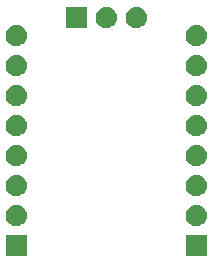
<source format=gbr>
G04 #@! TF.GenerationSoftware,KiCad,Pcbnew,(5.0.2)-1*
G04 #@! TF.CreationDate,2019-08-04T21:59:47-04:00*
G04 #@! TF.ProjectId,LSF0108PWR_Breakout,4c534630-3130-4385-9057-525f42726561,rev?*
G04 #@! TF.SameCoordinates,Original*
G04 #@! TF.FileFunction,Soldermask,Bot*
G04 #@! TF.FilePolarity,Negative*
%FSLAX46Y46*%
G04 Gerber Fmt 4.6, Leading zero omitted, Abs format (unit mm)*
G04 Created by KiCad (PCBNEW (5.0.2)-1) date 8/4/2019 9:59:47 PM*
%MOMM*%
%LPD*%
G01*
G04 APERTURE LIST*
%ADD10C,0.100000*%
G04 APERTURE END LIST*
D10*
G36*
X140601000Y-94881000D02*
X138799000Y-94881000D01*
X138799000Y-93079000D01*
X140601000Y-93079000D01*
X140601000Y-94881000D01*
X140601000Y-94881000D01*
G37*
G36*
X125361000Y-94881000D02*
X123559000Y-94881000D01*
X123559000Y-93079000D01*
X125361000Y-93079000D01*
X125361000Y-94881000D01*
X125361000Y-94881000D01*
G37*
G36*
X124570443Y-90545519D02*
X124636627Y-90552037D01*
X124749853Y-90586384D01*
X124806467Y-90603557D01*
X124945087Y-90677652D01*
X124962991Y-90687222D01*
X124998729Y-90716552D01*
X125100186Y-90799814D01*
X125183448Y-90901271D01*
X125212778Y-90937009D01*
X125212779Y-90937011D01*
X125296443Y-91093533D01*
X125296443Y-91093534D01*
X125347963Y-91263373D01*
X125365359Y-91440000D01*
X125347963Y-91616627D01*
X125313616Y-91729853D01*
X125296443Y-91786467D01*
X125222348Y-91925087D01*
X125212778Y-91942991D01*
X125183448Y-91978729D01*
X125100186Y-92080186D01*
X124998729Y-92163448D01*
X124962991Y-92192778D01*
X124962989Y-92192779D01*
X124806467Y-92276443D01*
X124749853Y-92293616D01*
X124636627Y-92327963D01*
X124570443Y-92334481D01*
X124504260Y-92341000D01*
X124415740Y-92341000D01*
X124349557Y-92334481D01*
X124283373Y-92327963D01*
X124170147Y-92293616D01*
X124113533Y-92276443D01*
X123957011Y-92192779D01*
X123957009Y-92192778D01*
X123921271Y-92163448D01*
X123819814Y-92080186D01*
X123736552Y-91978729D01*
X123707222Y-91942991D01*
X123697652Y-91925087D01*
X123623557Y-91786467D01*
X123606384Y-91729853D01*
X123572037Y-91616627D01*
X123554641Y-91440000D01*
X123572037Y-91263373D01*
X123623557Y-91093534D01*
X123623557Y-91093533D01*
X123707221Y-90937011D01*
X123707222Y-90937009D01*
X123736552Y-90901271D01*
X123819814Y-90799814D01*
X123921271Y-90716552D01*
X123957009Y-90687222D01*
X123974913Y-90677652D01*
X124113533Y-90603557D01*
X124170147Y-90586384D01*
X124283373Y-90552037D01*
X124349557Y-90545519D01*
X124415740Y-90539000D01*
X124504260Y-90539000D01*
X124570443Y-90545519D01*
X124570443Y-90545519D01*
G37*
G36*
X139810443Y-90545519D02*
X139876627Y-90552037D01*
X139989853Y-90586384D01*
X140046467Y-90603557D01*
X140185087Y-90677652D01*
X140202991Y-90687222D01*
X140238729Y-90716552D01*
X140340186Y-90799814D01*
X140423448Y-90901271D01*
X140452778Y-90937009D01*
X140452779Y-90937011D01*
X140536443Y-91093533D01*
X140536443Y-91093534D01*
X140587963Y-91263373D01*
X140605359Y-91440000D01*
X140587963Y-91616627D01*
X140553616Y-91729853D01*
X140536443Y-91786467D01*
X140462348Y-91925087D01*
X140452778Y-91942991D01*
X140423448Y-91978729D01*
X140340186Y-92080186D01*
X140238729Y-92163448D01*
X140202991Y-92192778D01*
X140202989Y-92192779D01*
X140046467Y-92276443D01*
X139989853Y-92293616D01*
X139876627Y-92327963D01*
X139810443Y-92334481D01*
X139744260Y-92341000D01*
X139655740Y-92341000D01*
X139589557Y-92334481D01*
X139523373Y-92327963D01*
X139410147Y-92293616D01*
X139353533Y-92276443D01*
X139197011Y-92192779D01*
X139197009Y-92192778D01*
X139161271Y-92163448D01*
X139059814Y-92080186D01*
X138976552Y-91978729D01*
X138947222Y-91942991D01*
X138937652Y-91925087D01*
X138863557Y-91786467D01*
X138846384Y-91729853D01*
X138812037Y-91616627D01*
X138794641Y-91440000D01*
X138812037Y-91263373D01*
X138863557Y-91093534D01*
X138863557Y-91093533D01*
X138947221Y-90937011D01*
X138947222Y-90937009D01*
X138976552Y-90901271D01*
X139059814Y-90799814D01*
X139161271Y-90716552D01*
X139197009Y-90687222D01*
X139214913Y-90677652D01*
X139353533Y-90603557D01*
X139410147Y-90586384D01*
X139523373Y-90552037D01*
X139589557Y-90545519D01*
X139655740Y-90539000D01*
X139744260Y-90539000D01*
X139810443Y-90545519D01*
X139810443Y-90545519D01*
G37*
G36*
X139810443Y-88005519D02*
X139876627Y-88012037D01*
X139989853Y-88046384D01*
X140046467Y-88063557D01*
X140185087Y-88137652D01*
X140202991Y-88147222D01*
X140238729Y-88176552D01*
X140340186Y-88259814D01*
X140423448Y-88361271D01*
X140452778Y-88397009D01*
X140452779Y-88397011D01*
X140536443Y-88553533D01*
X140536443Y-88553534D01*
X140587963Y-88723373D01*
X140605359Y-88900000D01*
X140587963Y-89076627D01*
X140553616Y-89189853D01*
X140536443Y-89246467D01*
X140462348Y-89385087D01*
X140452778Y-89402991D01*
X140423448Y-89438729D01*
X140340186Y-89540186D01*
X140238729Y-89623448D01*
X140202991Y-89652778D01*
X140202989Y-89652779D01*
X140046467Y-89736443D01*
X139989853Y-89753616D01*
X139876627Y-89787963D01*
X139810443Y-89794481D01*
X139744260Y-89801000D01*
X139655740Y-89801000D01*
X139589557Y-89794481D01*
X139523373Y-89787963D01*
X139410147Y-89753616D01*
X139353533Y-89736443D01*
X139197011Y-89652779D01*
X139197009Y-89652778D01*
X139161271Y-89623448D01*
X139059814Y-89540186D01*
X138976552Y-89438729D01*
X138947222Y-89402991D01*
X138937652Y-89385087D01*
X138863557Y-89246467D01*
X138846384Y-89189853D01*
X138812037Y-89076627D01*
X138794641Y-88900000D01*
X138812037Y-88723373D01*
X138863557Y-88553534D01*
X138863557Y-88553533D01*
X138947221Y-88397011D01*
X138947222Y-88397009D01*
X138976552Y-88361271D01*
X139059814Y-88259814D01*
X139161271Y-88176552D01*
X139197009Y-88147222D01*
X139214913Y-88137652D01*
X139353533Y-88063557D01*
X139410147Y-88046384D01*
X139523373Y-88012037D01*
X139589557Y-88005519D01*
X139655740Y-87999000D01*
X139744260Y-87999000D01*
X139810443Y-88005519D01*
X139810443Y-88005519D01*
G37*
G36*
X124570443Y-88005519D02*
X124636627Y-88012037D01*
X124749853Y-88046384D01*
X124806467Y-88063557D01*
X124945087Y-88137652D01*
X124962991Y-88147222D01*
X124998729Y-88176552D01*
X125100186Y-88259814D01*
X125183448Y-88361271D01*
X125212778Y-88397009D01*
X125212779Y-88397011D01*
X125296443Y-88553533D01*
X125296443Y-88553534D01*
X125347963Y-88723373D01*
X125365359Y-88900000D01*
X125347963Y-89076627D01*
X125313616Y-89189853D01*
X125296443Y-89246467D01*
X125222348Y-89385087D01*
X125212778Y-89402991D01*
X125183448Y-89438729D01*
X125100186Y-89540186D01*
X124998729Y-89623448D01*
X124962991Y-89652778D01*
X124962989Y-89652779D01*
X124806467Y-89736443D01*
X124749853Y-89753616D01*
X124636627Y-89787963D01*
X124570443Y-89794481D01*
X124504260Y-89801000D01*
X124415740Y-89801000D01*
X124349557Y-89794481D01*
X124283373Y-89787963D01*
X124170147Y-89753616D01*
X124113533Y-89736443D01*
X123957011Y-89652779D01*
X123957009Y-89652778D01*
X123921271Y-89623448D01*
X123819814Y-89540186D01*
X123736552Y-89438729D01*
X123707222Y-89402991D01*
X123697652Y-89385087D01*
X123623557Y-89246467D01*
X123606384Y-89189853D01*
X123572037Y-89076627D01*
X123554641Y-88900000D01*
X123572037Y-88723373D01*
X123623557Y-88553534D01*
X123623557Y-88553533D01*
X123707221Y-88397011D01*
X123707222Y-88397009D01*
X123736552Y-88361271D01*
X123819814Y-88259814D01*
X123921271Y-88176552D01*
X123957009Y-88147222D01*
X123974913Y-88137652D01*
X124113533Y-88063557D01*
X124170147Y-88046384D01*
X124283373Y-88012037D01*
X124349557Y-88005519D01*
X124415740Y-87999000D01*
X124504260Y-87999000D01*
X124570443Y-88005519D01*
X124570443Y-88005519D01*
G37*
G36*
X139810442Y-85465518D02*
X139876627Y-85472037D01*
X139989853Y-85506384D01*
X140046467Y-85523557D01*
X140185087Y-85597652D01*
X140202991Y-85607222D01*
X140238729Y-85636552D01*
X140340186Y-85719814D01*
X140423448Y-85821271D01*
X140452778Y-85857009D01*
X140452779Y-85857011D01*
X140536443Y-86013533D01*
X140536443Y-86013534D01*
X140587963Y-86183373D01*
X140605359Y-86360000D01*
X140587963Y-86536627D01*
X140553616Y-86649853D01*
X140536443Y-86706467D01*
X140462348Y-86845087D01*
X140452778Y-86862991D01*
X140423448Y-86898729D01*
X140340186Y-87000186D01*
X140238729Y-87083448D01*
X140202991Y-87112778D01*
X140202989Y-87112779D01*
X140046467Y-87196443D01*
X139989853Y-87213616D01*
X139876627Y-87247963D01*
X139810442Y-87254482D01*
X139744260Y-87261000D01*
X139655740Y-87261000D01*
X139589558Y-87254482D01*
X139523373Y-87247963D01*
X139410147Y-87213616D01*
X139353533Y-87196443D01*
X139197011Y-87112779D01*
X139197009Y-87112778D01*
X139161271Y-87083448D01*
X139059814Y-87000186D01*
X138976552Y-86898729D01*
X138947222Y-86862991D01*
X138937652Y-86845087D01*
X138863557Y-86706467D01*
X138846384Y-86649853D01*
X138812037Y-86536627D01*
X138794641Y-86360000D01*
X138812037Y-86183373D01*
X138863557Y-86013534D01*
X138863557Y-86013533D01*
X138947221Y-85857011D01*
X138947222Y-85857009D01*
X138976552Y-85821271D01*
X139059814Y-85719814D01*
X139161271Y-85636552D01*
X139197009Y-85607222D01*
X139214913Y-85597652D01*
X139353533Y-85523557D01*
X139410147Y-85506384D01*
X139523373Y-85472037D01*
X139589558Y-85465518D01*
X139655740Y-85459000D01*
X139744260Y-85459000D01*
X139810442Y-85465518D01*
X139810442Y-85465518D01*
G37*
G36*
X124570442Y-85465518D02*
X124636627Y-85472037D01*
X124749853Y-85506384D01*
X124806467Y-85523557D01*
X124945087Y-85597652D01*
X124962991Y-85607222D01*
X124998729Y-85636552D01*
X125100186Y-85719814D01*
X125183448Y-85821271D01*
X125212778Y-85857009D01*
X125212779Y-85857011D01*
X125296443Y-86013533D01*
X125296443Y-86013534D01*
X125347963Y-86183373D01*
X125365359Y-86360000D01*
X125347963Y-86536627D01*
X125313616Y-86649853D01*
X125296443Y-86706467D01*
X125222348Y-86845087D01*
X125212778Y-86862991D01*
X125183448Y-86898729D01*
X125100186Y-87000186D01*
X124998729Y-87083448D01*
X124962991Y-87112778D01*
X124962989Y-87112779D01*
X124806467Y-87196443D01*
X124749853Y-87213616D01*
X124636627Y-87247963D01*
X124570442Y-87254482D01*
X124504260Y-87261000D01*
X124415740Y-87261000D01*
X124349558Y-87254482D01*
X124283373Y-87247963D01*
X124170147Y-87213616D01*
X124113533Y-87196443D01*
X123957011Y-87112779D01*
X123957009Y-87112778D01*
X123921271Y-87083448D01*
X123819814Y-87000186D01*
X123736552Y-86898729D01*
X123707222Y-86862991D01*
X123697652Y-86845087D01*
X123623557Y-86706467D01*
X123606384Y-86649853D01*
X123572037Y-86536627D01*
X123554641Y-86360000D01*
X123572037Y-86183373D01*
X123623557Y-86013534D01*
X123623557Y-86013533D01*
X123707221Y-85857011D01*
X123707222Y-85857009D01*
X123736552Y-85821271D01*
X123819814Y-85719814D01*
X123921271Y-85636552D01*
X123957009Y-85607222D01*
X123974913Y-85597652D01*
X124113533Y-85523557D01*
X124170147Y-85506384D01*
X124283373Y-85472037D01*
X124349558Y-85465518D01*
X124415740Y-85459000D01*
X124504260Y-85459000D01*
X124570442Y-85465518D01*
X124570442Y-85465518D01*
G37*
G36*
X124570443Y-82925519D02*
X124636627Y-82932037D01*
X124749853Y-82966384D01*
X124806467Y-82983557D01*
X124945087Y-83057652D01*
X124962991Y-83067222D01*
X124998729Y-83096552D01*
X125100186Y-83179814D01*
X125183448Y-83281271D01*
X125212778Y-83317009D01*
X125212779Y-83317011D01*
X125296443Y-83473533D01*
X125296443Y-83473534D01*
X125347963Y-83643373D01*
X125365359Y-83820000D01*
X125347963Y-83996627D01*
X125313616Y-84109853D01*
X125296443Y-84166467D01*
X125222348Y-84305087D01*
X125212778Y-84322991D01*
X125183448Y-84358729D01*
X125100186Y-84460186D01*
X124998729Y-84543448D01*
X124962991Y-84572778D01*
X124962989Y-84572779D01*
X124806467Y-84656443D01*
X124749853Y-84673616D01*
X124636627Y-84707963D01*
X124570443Y-84714481D01*
X124504260Y-84721000D01*
X124415740Y-84721000D01*
X124349557Y-84714481D01*
X124283373Y-84707963D01*
X124170147Y-84673616D01*
X124113533Y-84656443D01*
X123957011Y-84572779D01*
X123957009Y-84572778D01*
X123921271Y-84543448D01*
X123819814Y-84460186D01*
X123736552Y-84358729D01*
X123707222Y-84322991D01*
X123697652Y-84305087D01*
X123623557Y-84166467D01*
X123606384Y-84109853D01*
X123572037Y-83996627D01*
X123554641Y-83820000D01*
X123572037Y-83643373D01*
X123623557Y-83473534D01*
X123623557Y-83473533D01*
X123707221Y-83317011D01*
X123707222Y-83317009D01*
X123736552Y-83281271D01*
X123819814Y-83179814D01*
X123921271Y-83096552D01*
X123957009Y-83067222D01*
X123974913Y-83057652D01*
X124113533Y-82983557D01*
X124170147Y-82966384D01*
X124283373Y-82932037D01*
X124349557Y-82925519D01*
X124415740Y-82919000D01*
X124504260Y-82919000D01*
X124570443Y-82925519D01*
X124570443Y-82925519D01*
G37*
G36*
X139810443Y-82925519D02*
X139876627Y-82932037D01*
X139989853Y-82966384D01*
X140046467Y-82983557D01*
X140185087Y-83057652D01*
X140202991Y-83067222D01*
X140238729Y-83096552D01*
X140340186Y-83179814D01*
X140423448Y-83281271D01*
X140452778Y-83317009D01*
X140452779Y-83317011D01*
X140536443Y-83473533D01*
X140536443Y-83473534D01*
X140587963Y-83643373D01*
X140605359Y-83820000D01*
X140587963Y-83996627D01*
X140553616Y-84109853D01*
X140536443Y-84166467D01*
X140462348Y-84305087D01*
X140452778Y-84322991D01*
X140423448Y-84358729D01*
X140340186Y-84460186D01*
X140238729Y-84543448D01*
X140202991Y-84572778D01*
X140202989Y-84572779D01*
X140046467Y-84656443D01*
X139989853Y-84673616D01*
X139876627Y-84707963D01*
X139810443Y-84714481D01*
X139744260Y-84721000D01*
X139655740Y-84721000D01*
X139589557Y-84714481D01*
X139523373Y-84707963D01*
X139410147Y-84673616D01*
X139353533Y-84656443D01*
X139197011Y-84572779D01*
X139197009Y-84572778D01*
X139161271Y-84543448D01*
X139059814Y-84460186D01*
X138976552Y-84358729D01*
X138947222Y-84322991D01*
X138937652Y-84305087D01*
X138863557Y-84166467D01*
X138846384Y-84109853D01*
X138812037Y-83996627D01*
X138794641Y-83820000D01*
X138812037Y-83643373D01*
X138863557Y-83473534D01*
X138863557Y-83473533D01*
X138947221Y-83317011D01*
X138947222Y-83317009D01*
X138976552Y-83281271D01*
X139059814Y-83179814D01*
X139161271Y-83096552D01*
X139197009Y-83067222D01*
X139214913Y-83057652D01*
X139353533Y-82983557D01*
X139410147Y-82966384D01*
X139523373Y-82932037D01*
X139589557Y-82925519D01*
X139655740Y-82919000D01*
X139744260Y-82919000D01*
X139810443Y-82925519D01*
X139810443Y-82925519D01*
G37*
G36*
X124570442Y-80385518D02*
X124636627Y-80392037D01*
X124749853Y-80426384D01*
X124806467Y-80443557D01*
X124945087Y-80517652D01*
X124962991Y-80527222D01*
X124998729Y-80556552D01*
X125100186Y-80639814D01*
X125183448Y-80741271D01*
X125212778Y-80777009D01*
X125212779Y-80777011D01*
X125296443Y-80933533D01*
X125296443Y-80933534D01*
X125347963Y-81103373D01*
X125365359Y-81280000D01*
X125347963Y-81456627D01*
X125313616Y-81569853D01*
X125296443Y-81626467D01*
X125222348Y-81765087D01*
X125212778Y-81782991D01*
X125183448Y-81818729D01*
X125100186Y-81920186D01*
X124998729Y-82003448D01*
X124962991Y-82032778D01*
X124962989Y-82032779D01*
X124806467Y-82116443D01*
X124749853Y-82133616D01*
X124636627Y-82167963D01*
X124570443Y-82174481D01*
X124504260Y-82181000D01*
X124415740Y-82181000D01*
X124349557Y-82174481D01*
X124283373Y-82167963D01*
X124170147Y-82133616D01*
X124113533Y-82116443D01*
X123957011Y-82032779D01*
X123957009Y-82032778D01*
X123921271Y-82003448D01*
X123819814Y-81920186D01*
X123736552Y-81818729D01*
X123707222Y-81782991D01*
X123697652Y-81765087D01*
X123623557Y-81626467D01*
X123606384Y-81569853D01*
X123572037Y-81456627D01*
X123554641Y-81280000D01*
X123572037Y-81103373D01*
X123623557Y-80933534D01*
X123623557Y-80933533D01*
X123707221Y-80777011D01*
X123707222Y-80777009D01*
X123736552Y-80741271D01*
X123819814Y-80639814D01*
X123921271Y-80556552D01*
X123957009Y-80527222D01*
X123974913Y-80517652D01*
X124113533Y-80443557D01*
X124170147Y-80426384D01*
X124283373Y-80392037D01*
X124349558Y-80385518D01*
X124415740Y-80379000D01*
X124504260Y-80379000D01*
X124570442Y-80385518D01*
X124570442Y-80385518D01*
G37*
G36*
X139810442Y-80385518D02*
X139876627Y-80392037D01*
X139989853Y-80426384D01*
X140046467Y-80443557D01*
X140185087Y-80517652D01*
X140202991Y-80527222D01*
X140238729Y-80556552D01*
X140340186Y-80639814D01*
X140423448Y-80741271D01*
X140452778Y-80777009D01*
X140452779Y-80777011D01*
X140536443Y-80933533D01*
X140536443Y-80933534D01*
X140587963Y-81103373D01*
X140605359Y-81280000D01*
X140587963Y-81456627D01*
X140553616Y-81569853D01*
X140536443Y-81626467D01*
X140462348Y-81765087D01*
X140452778Y-81782991D01*
X140423448Y-81818729D01*
X140340186Y-81920186D01*
X140238729Y-82003448D01*
X140202991Y-82032778D01*
X140202989Y-82032779D01*
X140046467Y-82116443D01*
X139989853Y-82133616D01*
X139876627Y-82167963D01*
X139810443Y-82174481D01*
X139744260Y-82181000D01*
X139655740Y-82181000D01*
X139589557Y-82174481D01*
X139523373Y-82167963D01*
X139410147Y-82133616D01*
X139353533Y-82116443D01*
X139197011Y-82032779D01*
X139197009Y-82032778D01*
X139161271Y-82003448D01*
X139059814Y-81920186D01*
X138976552Y-81818729D01*
X138947222Y-81782991D01*
X138937652Y-81765087D01*
X138863557Y-81626467D01*
X138846384Y-81569853D01*
X138812037Y-81456627D01*
X138794641Y-81280000D01*
X138812037Y-81103373D01*
X138863557Y-80933534D01*
X138863557Y-80933533D01*
X138947221Y-80777011D01*
X138947222Y-80777009D01*
X138976552Y-80741271D01*
X139059814Y-80639814D01*
X139161271Y-80556552D01*
X139197009Y-80527222D01*
X139214913Y-80517652D01*
X139353533Y-80443557D01*
X139410147Y-80426384D01*
X139523373Y-80392037D01*
X139589558Y-80385518D01*
X139655740Y-80379000D01*
X139744260Y-80379000D01*
X139810442Y-80385518D01*
X139810442Y-80385518D01*
G37*
G36*
X139810443Y-77845519D02*
X139876627Y-77852037D01*
X139989853Y-77886384D01*
X140046467Y-77903557D01*
X140185087Y-77977652D01*
X140202991Y-77987222D01*
X140238729Y-78016552D01*
X140340186Y-78099814D01*
X140423448Y-78201271D01*
X140452778Y-78237009D01*
X140452779Y-78237011D01*
X140536443Y-78393533D01*
X140536443Y-78393534D01*
X140587963Y-78563373D01*
X140605359Y-78740000D01*
X140587963Y-78916627D01*
X140553616Y-79029853D01*
X140536443Y-79086467D01*
X140462348Y-79225087D01*
X140452778Y-79242991D01*
X140423448Y-79278729D01*
X140340186Y-79380186D01*
X140238729Y-79463448D01*
X140202991Y-79492778D01*
X140202989Y-79492779D01*
X140046467Y-79576443D01*
X139989853Y-79593616D01*
X139876627Y-79627963D01*
X139810442Y-79634482D01*
X139744260Y-79641000D01*
X139655740Y-79641000D01*
X139589558Y-79634482D01*
X139523373Y-79627963D01*
X139410147Y-79593616D01*
X139353533Y-79576443D01*
X139197011Y-79492779D01*
X139197009Y-79492778D01*
X139161271Y-79463448D01*
X139059814Y-79380186D01*
X138976552Y-79278729D01*
X138947222Y-79242991D01*
X138937652Y-79225087D01*
X138863557Y-79086467D01*
X138846384Y-79029853D01*
X138812037Y-78916627D01*
X138794641Y-78740000D01*
X138812037Y-78563373D01*
X138863557Y-78393534D01*
X138863557Y-78393533D01*
X138947221Y-78237011D01*
X138947222Y-78237009D01*
X138976552Y-78201271D01*
X139059814Y-78099814D01*
X139161271Y-78016552D01*
X139197009Y-77987222D01*
X139214913Y-77977652D01*
X139353533Y-77903557D01*
X139410147Y-77886384D01*
X139523373Y-77852037D01*
X139589557Y-77845519D01*
X139655740Y-77839000D01*
X139744260Y-77839000D01*
X139810443Y-77845519D01*
X139810443Y-77845519D01*
G37*
G36*
X124570443Y-77845519D02*
X124636627Y-77852037D01*
X124749853Y-77886384D01*
X124806467Y-77903557D01*
X124945087Y-77977652D01*
X124962991Y-77987222D01*
X124998729Y-78016552D01*
X125100186Y-78099814D01*
X125183448Y-78201271D01*
X125212778Y-78237009D01*
X125212779Y-78237011D01*
X125296443Y-78393533D01*
X125296443Y-78393534D01*
X125347963Y-78563373D01*
X125365359Y-78740000D01*
X125347963Y-78916627D01*
X125313616Y-79029853D01*
X125296443Y-79086467D01*
X125222348Y-79225087D01*
X125212778Y-79242991D01*
X125183448Y-79278729D01*
X125100186Y-79380186D01*
X124998729Y-79463448D01*
X124962991Y-79492778D01*
X124962989Y-79492779D01*
X124806467Y-79576443D01*
X124749853Y-79593616D01*
X124636627Y-79627963D01*
X124570442Y-79634482D01*
X124504260Y-79641000D01*
X124415740Y-79641000D01*
X124349558Y-79634482D01*
X124283373Y-79627963D01*
X124170147Y-79593616D01*
X124113533Y-79576443D01*
X123957011Y-79492779D01*
X123957009Y-79492778D01*
X123921271Y-79463448D01*
X123819814Y-79380186D01*
X123736552Y-79278729D01*
X123707222Y-79242991D01*
X123697652Y-79225087D01*
X123623557Y-79086467D01*
X123606384Y-79029853D01*
X123572037Y-78916627D01*
X123554641Y-78740000D01*
X123572037Y-78563373D01*
X123623557Y-78393534D01*
X123623557Y-78393533D01*
X123707221Y-78237011D01*
X123707222Y-78237009D01*
X123736552Y-78201271D01*
X123819814Y-78099814D01*
X123921271Y-78016552D01*
X123957009Y-77987222D01*
X123974913Y-77977652D01*
X124113533Y-77903557D01*
X124170147Y-77886384D01*
X124283373Y-77852037D01*
X124349557Y-77845519D01*
X124415740Y-77839000D01*
X124504260Y-77839000D01*
X124570443Y-77845519D01*
X124570443Y-77845519D01*
G37*
G36*
X124570442Y-75305518D02*
X124636627Y-75312037D01*
X124749853Y-75346384D01*
X124806467Y-75363557D01*
X124928485Y-75428778D01*
X124962991Y-75447222D01*
X124998729Y-75476552D01*
X125100186Y-75559814D01*
X125183448Y-75661271D01*
X125212778Y-75697009D01*
X125212779Y-75697011D01*
X125296443Y-75853533D01*
X125296443Y-75853534D01*
X125347963Y-76023373D01*
X125365359Y-76200000D01*
X125347963Y-76376627D01*
X125313616Y-76489853D01*
X125296443Y-76546467D01*
X125222348Y-76685087D01*
X125212778Y-76702991D01*
X125183448Y-76738729D01*
X125100186Y-76840186D01*
X124998729Y-76923448D01*
X124962991Y-76952778D01*
X124962989Y-76952779D01*
X124806467Y-77036443D01*
X124749853Y-77053616D01*
X124636627Y-77087963D01*
X124570442Y-77094482D01*
X124504260Y-77101000D01*
X124415740Y-77101000D01*
X124349558Y-77094482D01*
X124283373Y-77087963D01*
X124170147Y-77053616D01*
X124113533Y-77036443D01*
X123957011Y-76952779D01*
X123957009Y-76952778D01*
X123921271Y-76923448D01*
X123819814Y-76840186D01*
X123736552Y-76738729D01*
X123707222Y-76702991D01*
X123697652Y-76685087D01*
X123623557Y-76546467D01*
X123606384Y-76489853D01*
X123572037Y-76376627D01*
X123554641Y-76200000D01*
X123572037Y-76023373D01*
X123623557Y-75853534D01*
X123623557Y-75853533D01*
X123707221Y-75697011D01*
X123707222Y-75697009D01*
X123736552Y-75661271D01*
X123819814Y-75559814D01*
X123921271Y-75476552D01*
X123957009Y-75447222D01*
X123991515Y-75428778D01*
X124113533Y-75363557D01*
X124170147Y-75346384D01*
X124283373Y-75312037D01*
X124349558Y-75305518D01*
X124415740Y-75299000D01*
X124504260Y-75299000D01*
X124570442Y-75305518D01*
X124570442Y-75305518D01*
G37*
G36*
X139810442Y-75305518D02*
X139876627Y-75312037D01*
X139989853Y-75346384D01*
X140046467Y-75363557D01*
X140168485Y-75428778D01*
X140202991Y-75447222D01*
X140238729Y-75476552D01*
X140340186Y-75559814D01*
X140423448Y-75661271D01*
X140452778Y-75697009D01*
X140452779Y-75697011D01*
X140536443Y-75853533D01*
X140536443Y-75853534D01*
X140587963Y-76023373D01*
X140605359Y-76200000D01*
X140587963Y-76376627D01*
X140553616Y-76489853D01*
X140536443Y-76546467D01*
X140462348Y-76685087D01*
X140452778Y-76702991D01*
X140423448Y-76738729D01*
X140340186Y-76840186D01*
X140238729Y-76923448D01*
X140202991Y-76952778D01*
X140202989Y-76952779D01*
X140046467Y-77036443D01*
X139989853Y-77053616D01*
X139876627Y-77087963D01*
X139810442Y-77094482D01*
X139744260Y-77101000D01*
X139655740Y-77101000D01*
X139589558Y-77094482D01*
X139523373Y-77087963D01*
X139410147Y-77053616D01*
X139353533Y-77036443D01*
X139197011Y-76952779D01*
X139197009Y-76952778D01*
X139161271Y-76923448D01*
X139059814Y-76840186D01*
X138976552Y-76738729D01*
X138947222Y-76702991D01*
X138937652Y-76685087D01*
X138863557Y-76546467D01*
X138846384Y-76489853D01*
X138812037Y-76376627D01*
X138794641Y-76200000D01*
X138812037Y-76023373D01*
X138863557Y-75853534D01*
X138863557Y-75853533D01*
X138947221Y-75697011D01*
X138947222Y-75697009D01*
X138976552Y-75661271D01*
X139059814Y-75559814D01*
X139161271Y-75476552D01*
X139197009Y-75447222D01*
X139231515Y-75428778D01*
X139353533Y-75363557D01*
X139410147Y-75346384D01*
X139523373Y-75312037D01*
X139589558Y-75305518D01*
X139655740Y-75299000D01*
X139744260Y-75299000D01*
X139810442Y-75305518D01*
X139810442Y-75305518D01*
G37*
G36*
X130441000Y-75577000D02*
X128639000Y-75577000D01*
X128639000Y-73775000D01*
X130441000Y-73775000D01*
X130441000Y-75577000D01*
X130441000Y-75577000D01*
G37*
G36*
X132190443Y-73781519D02*
X132256627Y-73788037D01*
X132369853Y-73822384D01*
X132426467Y-73839557D01*
X132565087Y-73913652D01*
X132582991Y-73923222D01*
X132618729Y-73952552D01*
X132720186Y-74035814D01*
X132803448Y-74137271D01*
X132832778Y-74173009D01*
X132832779Y-74173011D01*
X132916443Y-74329533D01*
X132916443Y-74329534D01*
X132967963Y-74499373D01*
X132985359Y-74676000D01*
X132967963Y-74852627D01*
X132933616Y-74965853D01*
X132916443Y-75022467D01*
X132842348Y-75161087D01*
X132832778Y-75178991D01*
X132803448Y-75214729D01*
X132720186Y-75316186D01*
X132618729Y-75399448D01*
X132582991Y-75428778D01*
X132582989Y-75428779D01*
X132426467Y-75512443D01*
X132369853Y-75529616D01*
X132256627Y-75563963D01*
X132190443Y-75570481D01*
X132124260Y-75577000D01*
X132035740Y-75577000D01*
X131969557Y-75570481D01*
X131903373Y-75563963D01*
X131790147Y-75529616D01*
X131733533Y-75512443D01*
X131577011Y-75428779D01*
X131577009Y-75428778D01*
X131541271Y-75399448D01*
X131439814Y-75316186D01*
X131356552Y-75214729D01*
X131327222Y-75178991D01*
X131317652Y-75161087D01*
X131243557Y-75022467D01*
X131226384Y-74965853D01*
X131192037Y-74852627D01*
X131174641Y-74676000D01*
X131192037Y-74499373D01*
X131243557Y-74329534D01*
X131243557Y-74329533D01*
X131327221Y-74173011D01*
X131327222Y-74173009D01*
X131356552Y-74137271D01*
X131439814Y-74035814D01*
X131541271Y-73952552D01*
X131577009Y-73923222D01*
X131594913Y-73913652D01*
X131733533Y-73839557D01*
X131790147Y-73822384D01*
X131903373Y-73788037D01*
X131969557Y-73781519D01*
X132035740Y-73775000D01*
X132124260Y-73775000D01*
X132190443Y-73781519D01*
X132190443Y-73781519D01*
G37*
G36*
X134730443Y-73781519D02*
X134796627Y-73788037D01*
X134909853Y-73822384D01*
X134966467Y-73839557D01*
X135105087Y-73913652D01*
X135122991Y-73923222D01*
X135158729Y-73952552D01*
X135260186Y-74035814D01*
X135343448Y-74137271D01*
X135372778Y-74173009D01*
X135372779Y-74173011D01*
X135456443Y-74329533D01*
X135456443Y-74329534D01*
X135507963Y-74499373D01*
X135525359Y-74676000D01*
X135507963Y-74852627D01*
X135473616Y-74965853D01*
X135456443Y-75022467D01*
X135382348Y-75161087D01*
X135372778Y-75178991D01*
X135343448Y-75214729D01*
X135260186Y-75316186D01*
X135158729Y-75399448D01*
X135122991Y-75428778D01*
X135122989Y-75428779D01*
X134966467Y-75512443D01*
X134909853Y-75529616D01*
X134796627Y-75563963D01*
X134730443Y-75570481D01*
X134664260Y-75577000D01*
X134575740Y-75577000D01*
X134509557Y-75570481D01*
X134443373Y-75563963D01*
X134330147Y-75529616D01*
X134273533Y-75512443D01*
X134117011Y-75428779D01*
X134117009Y-75428778D01*
X134081271Y-75399448D01*
X133979814Y-75316186D01*
X133896552Y-75214729D01*
X133867222Y-75178991D01*
X133857652Y-75161087D01*
X133783557Y-75022467D01*
X133766384Y-74965853D01*
X133732037Y-74852627D01*
X133714641Y-74676000D01*
X133732037Y-74499373D01*
X133783557Y-74329534D01*
X133783557Y-74329533D01*
X133867221Y-74173011D01*
X133867222Y-74173009D01*
X133896552Y-74137271D01*
X133979814Y-74035814D01*
X134081271Y-73952552D01*
X134117009Y-73923222D01*
X134134913Y-73913652D01*
X134273533Y-73839557D01*
X134330147Y-73822384D01*
X134443373Y-73788037D01*
X134509557Y-73781519D01*
X134575740Y-73775000D01*
X134664260Y-73775000D01*
X134730443Y-73781519D01*
X134730443Y-73781519D01*
G37*
M02*

</source>
